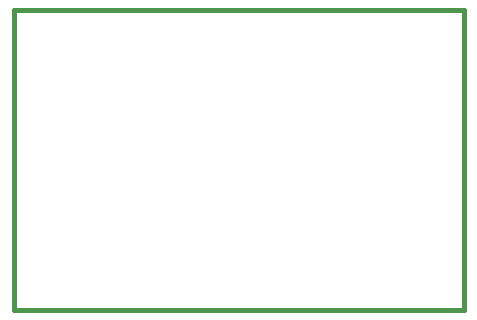
<source format=gbr>
G04 (created by PCBNEW-RS274X (2011-05-25)-stable) date Thu 09 Aug 2012 06:56:50 PM EDT*
G01*
G70*
G90*
%MOIN*%
G04 Gerber Fmt 3.4, Leading zero omitted, Abs format*
%FSLAX34Y34*%
G04 APERTURE LIST*
%ADD10C,0.006000*%
%ADD11C,0.015000*%
G04 APERTURE END LIST*
G54D10*
G54D11*
X56000Y-23000D02*
X56000Y-33000D01*
X41000Y-23000D02*
X41000Y-33000D01*
X56000Y-33000D02*
X41000Y-33000D01*
X41000Y-23000D02*
X56000Y-23000D01*
M02*

</source>
